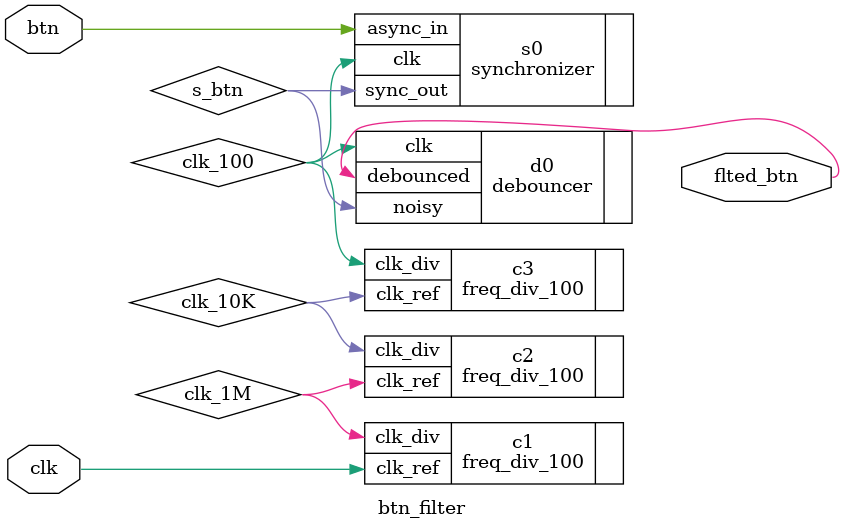
<source format=v>
`timescale 1ns / 1ps

module btn_filter(
    input btn,           // ÀÔ·Â ¹öÆ° ½ÅÈ£
    input clk,           // ½Ã½ºÅÛ Å¬·Ï ½ÅÈ£
    output flted_btn     // ÇÊÅÍ¸µµÈ ¹öÆ° ½ÅÈ£
);

    // ÁÖÆÄ¼ö ºÐ¹ß±â ¸ðµâÀ» ÅëÇÑ Å¬·Ï ½ÅÈ£ »ý¼º
    wire clk_1M, clk_10K, clk_100; // ºÐ¹ßµÈ Å¬·Ï ½ÅÈ£

    freq_div_100 c1(.clk_ref(clk), .clk_div(clk_1M));     // clk¸¦ 1MHz·Î ºÐ¹ß
    freq_div_100 c2(.clk_ref(clk_1M), .clk_div(clk_10K)); // 1MHz Å¬·ÏÀ» 10kHz·Î ºÐ¹ß
    freq_div_100 c3(.clk_ref(clk_10K), .clk_div(clk_100)); // 10kHz Å¬·ÏÀ» 100Hz·Î ºÐ¹ß

    // ¹öÆ° ½ÅÈ£ µ¿±âÈ­ ¹× µð¹Ù¿î½º
    wire s_btn; // µ¿±âÈ­µÈ ¹öÆ° ½ÅÈ£

    synchronizer s0(.clk(clk_100), .async_in(btn), .sync_out(s_btn)); // ºñµ¿±â ¹öÆ° ½ÅÈ£¸¦ µ¿±âÈ­
    debouncer d0(.clk(clk_100), .noisy(s_btn), .debounced(flted_btn)); // µ¿±âÈ­µÈ ½ÅÈ£¸¦ µð¹Ù¿î½º
    
endmodule
</source>
